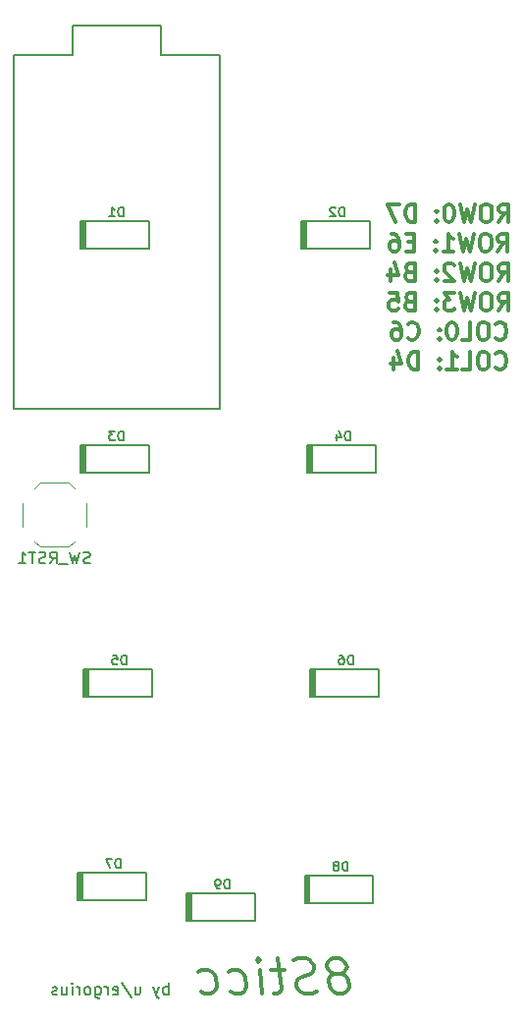
<source format=gbo>
G04 #@! TF.GenerationSoftware,KiCad,Pcbnew,(5.0.1)-3*
G04 #@! TF.CreationDate,2019-12-27T22:22:09+02:00*
G04 #@! TF.ProjectId,8Sticc_2u,3853746963635F32752E6B696361645F,rev?*
G04 #@! TF.SameCoordinates,Original*
G04 #@! TF.FileFunction,Legend,Bot*
G04 #@! TF.FilePolarity,Positive*
%FSLAX46Y46*%
G04 Gerber Fmt 4.6, Leading zero omitted, Abs format (unit mm)*
G04 Created by KiCad (PCBNEW (5.0.1)-3) date 12/27/19 22:22:09*
%MOMM*%
%LPD*%
G01*
G04 APERTURE LIST*
%ADD10C,0.200000*%
%ADD11C,0.300000*%
%ADD12C,0.120000*%
%ADD13C,0.150000*%
G04 APERTURE END LIST*
D10*
X115329750Y-146850130D02*
X115329750Y-145850130D01*
X115329750Y-146231083D02*
X115234511Y-146183464D01*
X115044035Y-146183464D01*
X114948797Y-146231083D01*
X114901178Y-146278702D01*
X114853559Y-146373940D01*
X114853559Y-146659654D01*
X114901178Y-146754892D01*
X114948797Y-146802511D01*
X115044035Y-146850130D01*
X115234511Y-146850130D01*
X115329750Y-146802511D01*
X114520226Y-146183464D02*
X114282130Y-146850130D01*
X114044035Y-146183464D02*
X114282130Y-146850130D01*
X114377369Y-147088226D01*
X114424988Y-147135845D01*
X114520226Y-147183464D01*
X112472607Y-146183464D02*
X112472607Y-146850130D01*
X112901178Y-146183464D02*
X112901178Y-146707273D01*
X112853559Y-146802511D01*
X112758321Y-146850130D01*
X112615464Y-146850130D01*
X112520226Y-146802511D01*
X112472607Y-146754892D01*
X111282130Y-145802511D02*
X112139273Y-147088226D01*
X110567845Y-146802511D02*
X110663083Y-146850130D01*
X110853559Y-146850130D01*
X110948797Y-146802511D01*
X110996416Y-146707273D01*
X110996416Y-146326321D01*
X110948797Y-146231083D01*
X110853559Y-146183464D01*
X110663083Y-146183464D01*
X110567845Y-146231083D01*
X110520226Y-146326321D01*
X110520226Y-146421559D01*
X110996416Y-146516797D01*
X110091654Y-146850130D02*
X110091654Y-146183464D01*
X110091654Y-146373940D02*
X110044035Y-146278702D01*
X109996416Y-146231083D01*
X109901178Y-146183464D01*
X109805940Y-146183464D01*
X109044035Y-146183464D02*
X109044035Y-146992988D01*
X109091654Y-147088226D01*
X109139273Y-147135845D01*
X109234511Y-147183464D01*
X109377369Y-147183464D01*
X109472607Y-147135845D01*
X109044035Y-146802511D02*
X109139273Y-146850130D01*
X109329750Y-146850130D01*
X109424988Y-146802511D01*
X109472607Y-146754892D01*
X109520226Y-146659654D01*
X109520226Y-146373940D01*
X109472607Y-146278702D01*
X109424988Y-146231083D01*
X109329750Y-146183464D01*
X109139273Y-146183464D01*
X109044035Y-146231083D01*
X108424988Y-146850130D02*
X108520226Y-146802511D01*
X108567845Y-146754892D01*
X108615464Y-146659654D01*
X108615464Y-146373940D01*
X108567845Y-146278702D01*
X108520226Y-146231083D01*
X108424988Y-146183464D01*
X108282130Y-146183464D01*
X108186892Y-146231083D01*
X108139273Y-146278702D01*
X108091654Y-146373940D01*
X108091654Y-146659654D01*
X108139273Y-146754892D01*
X108186892Y-146802511D01*
X108282130Y-146850130D01*
X108424988Y-146850130D01*
X107663083Y-146850130D02*
X107663083Y-146183464D01*
X107663083Y-146373940D02*
X107615464Y-146278702D01*
X107567845Y-146231083D01*
X107472607Y-146183464D01*
X107377369Y-146183464D01*
X107044035Y-146850130D02*
X107044035Y-146183464D01*
X107044035Y-145850130D02*
X107091654Y-145897750D01*
X107044035Y-145945369D01*
X106996416Y-145897750D01*
X107044035Y-145850130D01*
X107044035Y-145945369D01*
X106139273Y-146183464D02*
X106139273Y-146850130D01*
X106567845Y-146183464D02*
X106567845Y-146707273D01*
X106520226Y-146802511D01*
X106424988Y-146850130D01*
X106282130Y-146850130D01*
X106186892Y-146802511D01*
X106139273Y-146754892D01*
X105710702Y-146802511D02*
X105615464Y-146850130D01*
X105424988Y-146850130D01*
X105329750Y-146802511D01*
X105282130Y-146707273D01*
X105282130Y-146659654D01*
X105329750Y-146564416D01*
X105424988Y-146516797D01*
X105567845Y-146516797D01*
X105663083Y-146469178D01*
X105710702Y-146373940D01*
X105710702Y-146326321D01*
X105663083Y-146231083D01*
X105567845Y-146183464D01*
X105424988Y-146183464D01*
X105329750Y-146231083D01*
D11*
X143575464Y-90286464D02*
X143646892Y-90357892D01*
X143861178Y-90429321D01*
X144004035Y-90429321D01*
X144218321Y-90357892D01*
X144361178Y-90215035D01*
X144432607Y-90072178D01*
X144504035Y-89786464D01*
X144504035Y-89572178D01*
X144432607Y-89286464D01*
X144361178Y-89143607D01*
X144218321Y-89000750D01*
X144004035Y-88929321D01*
X143861178Y-88929321D01*
X143646892Y-89000750D01*
X143575464Y-89072178D01*
X142646892Y-88929321D02*
X142361178Y-88929321D01*
X142218321Y-89000750D01*
X142075464Y-89143607D01*
X142004035Y-89429321D01*
X142004035Y-89929321D01*
X142075464Y-90215035D01*
X142218321Y-90357892D01*
X142361178Y-90429321D01*
X142646892Y-90429321D01*
X142789750Y-90357892D01*
X142932607Y-90215035D01*
X143004035Y-89929321D01*
X143004035Y-89429321D01*
X142932607Y-89143607D01*
X142789750Y-89000750D01*
X142646892Y-88929321D01*
X140646892Y-90429321D02*
X141361178Y-90429321D01*
X141361178Y-88929321D01*
X139861178Y-88929321D02*
X139718321Y-88929321D01*
X139575464Y-89000750D01*
X139504035Y-89072178D01*
X139432607Y-89215035D01*
X139361178Y-89500750D01*
X139361178Y-89857892D01*
X139432607Y-90143607D01*
X139504035Y-90286464D01*
X139575464Y-90357892D01*
X139718321Y-90429321D01*
X139861178Y-90429321D01*
X140004035Y-90357892D01*
X140075464Y-90286464D01*
X140146892Y-90143607D01*
X140218321Y-89857892D01*
X140218321Y-89500750D01*
X140146892Y-89215035D01*
X140075464Y-89072178D01*
X140004035Y-89000750D01*
X139861178Y-88929321D01*
X138718321Y-90286464D02*
X138646892Y-90357892D01*
X138718321Y-90429321D01*
X138789750Y-90357892D01*
X138718321Y-90286464D01*
X138718321Y-90429321D01*
X138718321Y-89500750D02*
X138646892Y-89572178D01*
X138718321Y-89643607D01*
X138789750Y-89572178D01*
X138718321Y-89500750D01*
X138718321Y-89643607D01*
X136004035Y-90286464D02*
X136075464Y-90357892D01*
X136289750Y-90429321D01*
X136432607Y-90429321D01*
X136646892Y-90357892D01*
X136789750Y-90215035D01*
X136861178Y-90072178D01*
X136932607Y-89786464D01*
X136932607Y-89572178D01*
X136861178Y-89286464D01*
X136789750Y-89143607D01*
X136646892Y-89000750D01*
X136432607Y-88929321D01*
X136289750Y-88929321D01*
X136075464Y-89000750D01*
X136004035Y-89072178D01*
X134718321Y-88929321D02*
X135004035Y-88929321D01*
X135146892Y-89000750D01*
X135218321Y-89072178D01*
X135361178Y-89286464D01*
X135432607Y-89572178D01*
X135432607Y-90143607D01*
X135361178Y-90286464D01*
X135289750Y-90357892D01*
X135146892Y-90429321D01*
X134861178Y-90429321D01*
X134718321Y-90357892D01*
X134646892Y-90286464D01*
X134575464Y-90143607D01*
X134575464Y-89786464D01*
X134646892Y-89643607D01*
X134718321Y-89572178D01*
X134861178Y-89500750D01*
X135146892Y-89500750D01*
X135289750Y-89572178D01*
X135361178Y-89643607D01*
X135432607Y-89786464D01*
X143575464Y-92836464D02*
X143646892Y-92907892D01*
X143861178Y-92979321D01*
X144004035Y-92979321D01*
X144218321Y-92907892D01*
X144361178Y-92765035D01*
X144432607Y-92622178D01*
X144504035Y-92336464D01*
X144504035Y-92122178D01*
X144432607Y-91836464D01*
X144361178Y-91693607D01*
X144218321Y-91550750D01*
X144004035Y-91479321D01*
X143861178Y-91479321D01*
X143646892Y-91550750D01*
X143575464Y-91622178D01*
X142646892Y-91479321D02*
X142361178Y-91479321D01*
X142218321Y-91550750D01*
X142075464Y-91693607D01*
X142004035Y-91979321D01*
X142004035Y-92479321D01*
X142075464Y-92765035D01*
X142218321Y-92907892D01*
X142361178Y-92979321D01*
X142646892Y-92979321D01*
X142789750Y-92907892D01*
X142932607Y-92765035D01*
X143004035Y-92479321D01*
X143004035Y-91979321D01*
X142932607Y-91693607D01*
X142789750Y-91550750D01*
X142646892Y-91479321D01*
X140646892Y-92979321D02*
X141361178Y-92979321D01*
X141361178Y-91479321D01*
X139361178Y-92979321D02*
X140218321Y-92979321D01*
X139789750Y-92979321D02*
X139789750Y-91479321D01*
X139932607Y-91693607D01*
X140075464Y-91836464D01*
X140218321Y-91907892D01*
X138718321Y-92836464D02*
X138646892Y-92907892D01*
X138718321Y-92979321D01*
X138789750Y-92907892D01*
X138718321Y-92836464D01*
X138718321Y-92979321D01*
X138718321Y-92050750D02*
X138646892Y-92122178D01*
X138718321Y-92193607D01*
X138789750Y-92122178D01*
X138718321Y-92050750D01*
X138718321Y-92193607D01*
X136861178Y-92979321D02*
X136861178Y-91479321D01*
X136504035Y-91479321D01*
X136289750Y-91550750D01*
X136146892Y-91693607D01*
X136075464Y-91836464D01*
X136004035Y-92122178D01*
X136004035Y-92336464D01*
X136075464Y-92622178D01*
X136146892Y-92765035D01*
X136289750Y-92907892D01*
X136504035Y-92979321D01*
X136861178Y-92979321D01*
X134718321Y-91979321D02*
X134718321Y-92979321D01*
X135075464Y-91407892D02*
X135432607Y-92479321D01*
X134504035Y-92479321D01*
X143825464Y-80259321D02*
X144325464Y-79545035D01*
X144682607Y-80259321D02*
X144682607Y-78759321D01*
X144111178Y-78759321D01*
X143968321Y-78830750D01*
X143896892Y-78902178D01*
X143825464Y-79045035D01*
X143825464Y-79259321D01*
X143896892Y-79402178D01*
X143968321Y-79473607D01*
X144111178Y-79545035D01*
X144682607Y-79545035D01*
X142896892Y-78759321D02*
X142611178Y-78759321D01*
X142468321Y-78830750D01*
X142325464Y-78973607D01*
X142254035Y-79259321D01*
X142254035Y-79759321D01*
X142325464Y-80045035D01*
X142468321Y-80187892D01*
X142611178Y-80259321D01*
X142896892Y-80259321D01*
X143039750Y-80187892D01*
X143182607Y-80045035D01*
X143254035Y-79759321D01*
X143254035Y-79259321D01*
X143182607Y-78973607D01*
X143039750Y-78830750D01*
X142896892Y-78759321D01*
X141754035Y-78759321D02*
X141396892Y-80259321D01*
X141111178Y-79187892D01*
X140825464Y-80259321D01*
X140468321Y-78759321D01*
X139611178Y-78759321D02*
X139468321Y-78759321D01*
X139325464Y-78830750D01*
X139254035Y-78902178D01*
X139182607Y-79045035D01*
X139111178Y-79330750D01*
X139111178Y-79687892D01*
X139182607Y-79973607D01*
X139254035Y-80116464D01*
X139325464Y-80187892D01*
X139468321Y-80259321D01*
X139611178Y-80259321D01*
X139754035Y-80187892D01*
X139825464Y-80116464D01*
X139896892Y-79973607D01*
X139968321Y-79687892D01*
X139968321Y-79330750D01*
X139896892Y-79045035D01*
X139825464Y-78902178D01*
X139754035Y-78830750D01*
X139611178Y-78759321D01*
X138468321Y-80116464D02*
X138396892Y-80187892D01*
X138468321Y-80259321D01*
X138539750Y-80187892D01*
X138468321Y-80116464D01*
X138468321Y-80259321D01*
X138468321Y-79330750D02*
X138396892Y-79402178D01*
X138468321Y-79473607D01*
X138539750Y-79402178D01*
X138468321Y-79330750D01*
X138468321Y-79473607D01*
X136611178Y-80259321D02*
X136611178Y-78759321D01*
X136254035Y-78759321D01*
X136039750Y-78830750D01*
X135896892Y-78973607D01*
X135825464Y-79116464D01*
X135754035Y-79402178D01*
X135754035Y-79616464D01*
X135825464Y-79902178D01*
X135896892Y-80045035D01*
X136039750Y-80187892D01*
X136254035Y-80259321D01*
X136611178Y-80259321D01*
X135254035Y-78759321D02*
X134254035Y-78759321D01*
X134896892Y-80259321D01*
X143754035Y-82809321D02*
X144254035Y-82095035D01*
X144611178Y-82809321D02*
X144611178Y-81309321D01*
X144039750Y-81309321D01*
X143896892Y-81380750D01*
X143825464Y-81452178D01*
X143754035Y-81595035D01*
X143754035Y-81809321D01*
X143825464Y-81952178D01*
X143896892Y-82023607D01*
X144039750Y-82095035D01*
X144611178Y-82095035D01*
X142825464Y-81309321D02*
X142539750Y-81309321D01*
X142396892Y-81380750D01*
X142254035Y-81523607D01*
X142182607Y-81809321D01*
X142182607Y-82309321D01*
X142254035Y-82595035D01*
X142396892Y-82737892D01*
X142539750Y-82809321D01*
X142825464Y-82809321D01*
X142968321Y-82737892D01*
X143111178Y-82595035D01*
X143182607Y-82309321D01*
X143182607Y-81809321D01*
X143111178Y-81523607D01*
X142968321Y-81380750D01*
X142825464Y-81309321D01*
X141682607Y-81309321D02*
X141325464Y-82809321D01*
X141039750Y-81737892D01*
X140754035Y-82809321D01*
X140396892Y-81309321D01*
X139039750Y-82809321D02*
X139896892Y-82809321D01*
X139468321Y-82809321D02*
X139468321Y-81309321D01*
X139611178Y-81523607D01*
X139754035Y-81666464D01*
X139896892Y-81737892D01*
X138396892Y-82666464D02*
X138325464Y-82737892D01*
X138396892Y-82809321D01*
X138468321Y-82737892D01*
X138396892Y-82666464D01*
X138396892Y-82809321D01*
X138396892Y-81880750D02*
X138325464Y-81952178D01*
X138396892Y-82023607D01*
X138468321Y-81952178D01*
X138396892Y-81880750D01*
X138396892Y-82023607D01*
X136539750Y-82023607D02*
X136039750Y-82023607D01*
X135825464Y-82809321D02*
X136539750Y-82809321D01*
X136539750Y-81309321D01*
X135825464Y-81309321D01*
X134539750Y-81309321D02*
X134825464Y-81309321D01*
X134968321Y-81380750D01*
X135039750Y-81452178D01*
X135182607Y-81666464D01*
X135254035Y-81952178D01*
X135254035Y-82523607D01*
X135182607Y-82666464D01*
X135111178Y-82737892D01*
X134968321Y-82809321D01*
X134682607Y-82809321D01*
X134539750Y-82737892D01*
X134468321Y-82666464D01*
X134396892Y-82523607D01*
X134396892Y-82166464D01*
X134468321Y-82023607D01*
X134539750Y-81952178D01*
X134682607Y-81880750D01*
X134968321Y-81880750D01*
X135111178Y-81952178D01*
X135182607Y-82023607D01*
X135254035Y-82166464D01*
X143825464Y-85359321D02*
X144325464Y-84645035D01*
X144682607Y-85359321D02*
X144682607Y-83859321D01*
X144111178Y-83859321D01*
X143968321Y-83930750D01*
X143896892Y-84002178D01*
X143825464Y-84145035D01*
X143825464Y-84359321D01*
X143896892Y-84502178D01*
X143968321Y-84573607D01*
X144111178Y-84645035D01*
X144682607Y-84645035D01*
X142896892Y-83859321D02*
X142611178Y-83859321D01*
X142468321Y-83930750D01*
X142325464Y-84073607D01*
X142254035Y-84359321D01*
X142254035Y-84859321D01*
X142325464Y-85145035D01*
X142468321Y-85287892D01*
X142611178Y-85359321D01*
X142896892Y-85359321D01*
X143039750Y-85287892D01*
X143182607Y-85145035D01*
X143254035Y-84859321D01*
X143254035Y-84359321D01*
X143182607Y-84073607D01*
X143039750Y-83930750D01*
X142896892Y-83859321D01*
X141754035Y-83859321D02*
X141396892Y-85359321D01*
X141111178Y-84287892D01*
X140825464Y-85359321D01*
X140468321Y-83859321D01*
X139968321Y-84002178D02*
X139896892Y-83930750D01*
X139754035Y-83859321D01*
X139396892Y-83859321D01*
X139254035Y-83930750D01*
X139182607Y-84002178D01*
X139111178Y-84145035D01*
X139111178Y-84287892D01*
X139182607Y-84502178D01*
X140039750Y-85359321D01*
X139111178Y-85359321D01*
X138468321Y-85216464D02*
X138396892Y-85287892D01*
X138468321Y-85359321D01*
X138539750Y-85287892D01*
X138468321Y-85216464D01*
X138468321Y-85359321D01*
X138468321Y-84430750D02*
X138396892Y-84502178D01*
X138468321Y-84573607D01*
X138539750Y-84502178D01*
X138468321Y-84430750D01*
X138468321Y-84573607D01*
X136111178Y-84573607D02*
X135896892Y-84645035D01*
X135825464Y-84716464D01*
X135754035Y-84859321D01*
X135754035Y-85073607D01*
X135825464Y-85216464D01*
X135896892Y-85287892D01*
X136039750Y-85359321D01*
X136611178Y-85359321D01*
X136611178Y-83859321D01*
X136111178Y-83859321D01*
X135968321Y-83930750D01*
X135896892Y-84002178D01*
X135825464Y-84145035D01*
X135825464Y-84287892D01*
X135896892Y-84430750D01*
X135968321Y-84502178D01*
X136111178Y-84573607D01*
X136611178Y-84573607D01*
X134468321Y-84359321D02*
X134468321Y-85359321D01*
X134825464Y-83787892D02*
X135182607Y-84859321D01*
X134254035Y-84859321D01*
X143825464Y-87909321D02*
X144325464Y-87195035D01*
X144682607Y-87909321D02*
X144682607Y-86409321D01*
X144111178Y-86409321D01*
X143968321Y-86480750D01*
X143896892Y-86552178D01*
X143825464Y-86695035D01*
X143825464Y-86909321D01*
X143896892Y-87052178D01*
X143968321Y-87123607D01*
X144111178Y-87195035D01*
X144682607Y-87195035D01*
X142896892Y-86409321D02*
X142611178Y-86409321D01*
X142468321Y-86480750D01*
X142325464Y-86623607D01*
X142254035Y-86909321D01*
X142254035Y-87409321D01*
X142325464Y-87695035D01*
X142468321Y-87837892D01*
X142611178Y-87909321D01*
X142896892Y-87909321D01*
X143039750Y-87837892D01*
X143182607Y-87695035D01*
X143254035Y-87409321D01*
X143254035Y-86909321D01*
X143182607Y-86623607D01*
X143039750Y-86480750D01*
X142896892Y-86409321D01*
X141754035Y-86409321D02*
X141396892Y-87909321D01*
X141111178Y-86837892D01*
X140825464Y-87909321D01*
X140468321Y-86409321D01*
X140039750Y-86409321D02*
X139111178Y-86409321D01*
X139611178Y-86980750D01*
X139396892Y-86980750D01*
X139254035Y-87052178D01*
X139182607Y-87123607D01*
X139111178Y-87266464D01*
X139111178Y-87623607D01*
X139182607Y-87766464D01*
X139254035Y-87837892D01*
X139396892Y-87909321D01*
X139825464Y-87909321D01*
X139968321Y-87837892D01*
X140039750Y-87766464D01*
X138468321Y-87766464D02*
X138396892Y-87837892D01*
X138468321Y-87909321D01*
X138539750Y-87837892D01*
X138468321Y-87766464D01*
X138468321Y-87909321D01*
X138468321Y-86980750D02*
X138396892Y-87052178D01*
X138468321Y-87123607D01*
X138539750Y-87052178D01*
X138468321Y-86980750D01*
X138468321Y-87123607D01*
X136111178Y-87123607D02*
X135896892Y-87195035D01*
X135825464Y-87266464D01*
X135754035Y-87409321D01*
X135754035Y-87623607D01*
X135825464Y-87766464D01*
X135896892Y-87837892D01*
X136039750Y-87909321D01*
X136611178Y-87909321D01*
X136611178Y-86409321D01*
X136111178Y-86409321D01*
X135968321Y-86480750D01*
X135896892Y-86552178D01*
X135825464Y-86695035D01*
X135825464Y-86837892D01*
X135896892Y-86980750D01*
X135968321Y-87052178D01*
X136111178Y-87123607D01*
X136611178Y-87123607D01*
X134396892Y-86409321D02*
X135111178Y-86409321D01*
X135182607Y-87123607D01*
X135111178Y-87052178D01*
X134968321Y-86980750D01*
X134611178Y-86980750D01*
X134468321Y-87052178D01*
X134396892Y-87123607D01*
X134325464Y-87266464D01*
X134325464Y-87623607D01*
X134396892Y-87766464D01*
X134468321Y-87837892D01*
X134611178Y-87909321D01*
X134968321Y-87909321D01*
X135111178Y-87837892D01*
X135182607Y-87766464D01*
X130230375Y-145024607D02*
X130498232Y-144881750D01*
X130623232Y-144738892D01*
X130730375Y-144453178D01*
X130712517Y-144310321D01*
X130533946Y-144024607D01*
X130373232Y-143881750D01*
X130069660Y-143738892D01*
X129498232Y-143738892D01*
X129230375Y-143881750D01*
X129105375Y-144024607D01*
X128998232Y-144310321D01*
X129016089Y-144453178D01*
X129194660Y-144738892D01*
X129355375Y-144881750D01*
X129658946Y-145024607D01*
X130230375Y-145024607D01*
X130533946Y-145167464D01*
X130694660Y-145310321D01*
X130873232Y-145596035D01*
X130944660Y-146167464D01*
X130837517Y-146453178D01*
X130712517Y-146596035D01*
X130444660Y-146738892D01*
X129873232Y-146738892D01*
X129569660Y-146596035D01*
X129408946Y-146453178D01*
X129230375Y-146167464D01*
X129158946Y-145596035D01*
X129266089Y-145310321D01*
X129391089Y-145167464D01*
X129658946Y-145024607D01*
X128141089Y-146596035D02*
X127730375Y-146738892D01*
X127016089Y-146738892D01*
X126712517Y-146596035D01*
X126551803Y-146453178D01*
X126373232Y-146167464D01*
X126337517Y-145881750D01*
X126444660Y-145596035D01*
X126569660Y-145453178D01*
X126837517Y-145310321D01*
X127391089Y-145167464D01*
X127658946Y-145024607D01*
X127783946Y-144881750D01*
X127891089Y-144596035D01*
X127855375Y-144310321D01*
X127676803Y-144024607D01*
X127516089Y-143881750D01*
X127212517Y-143738892D01*
X126498232Y-143738892D01*
X126087517Y-143881750D01*
X125337517Y-144738892D02*
X124194660Y-144738892D01*
X124783946Y-143738892D02*
X125105375Y-146310321D01*
X124998232Y-146596035D01*
X124730375Y-146738892D01*
X124444660Y-146738892D01*
X123444660Y-146738892D02*
X123194660Y-144738892D01*
X123069660Y-143738892D02*
X123230375Y-143881750D01*
X123105375Y-144024607D01*
X122944660Y-143881750D01*
X123069660Y-143738892D01*
X123105375Y-144024607D01*
X120712517Y-146596035D02*
X121016089Y-146738892D01*
X121587517Y-146738892D01*
X121855375Y-146596035D01*
X121980375Y-146453178D01*
X122087517Y-146167464D01*
X121980375Y-145310321D01*
X121801803Y-145024607D01*
X121641089Y-144881750D01*
X121337517Y-144738892D01*
X120766089Y-144738892D01*
X120498232Y-144881750D01*
X118141089Y-146596035D02*
X118444660Y-146738892D01*
X119016089Y-146738892D01*
X119283946Y-146596035D01*
X119408946Y-146453178D01*
X119516089Y-146167464D01*
X119408946Y-145310321D01*
X119230375Y-145024607D01*
X119069660Y-144881750D01*
X118766089Y-144738892D01*
X118194660Y-144738892D01*
X117926803Y-144881750D01*
D10*
G04 #@! TO.C,D8*
X127092750Y-136561750D02*
X127092750Y-138961750D01*
X127192750Y-136561750D02*
X127192750Y-138961750D01*
X127292750Y-136561750D02*
X127292750Y-138961750D01*
X127492750Y-136561750D02*
X127492750Y-138961750D01*
X127392750Y-136561750D02*
X127392750Y-138961750D01*
X127092750Y-138961750D02*
X132992750Y-138961750D01*
X132992750Y-138961750D02*
X132992750Y-136561750D01*
X132992750Y-136561750D02*
X127092750Y-136561750D01*
D12*
G04 #@! TO.C,SW_RST1*
X103803750Y-103203750D02*
X104253750Y-102753750D01*
X107203750Y-103203750D02*
X106753750Y-102753750D01*
X107203750Y-107803750D02*
X106753750Y-108253750D01*
X103803750Y-107803750D02*
X104253750Y-108253750D01*
X108253750Y-106503750D02*
X108253750Y-104503750D01*
X104253750Y-102753750D02*
X106753750Y-102753750D01*
X102753750Y-106503750D02*
X102753750Y-104503750D01*
X104253750Y-108253750D02*
X106753750Y-108253750D01*
D10*
G04 #@! TO.C,D7*
X113383750Y-136307750D02*
X107483750Y-136307750D01*
X113383750Y-138707750D02*
X113383750Y-136307750D01*
X107483750Y-138707750D02*
X113383750Y-138707750D01*
X107783750Y-136307750D02*
X107783750Y-138707750D01*
X107883750Y-136307750D02*
X107883750Y-138707750D01*
X107683750Y-136307750D02*
X107683750Y-138707750D01*
X107583750Y-136307750D02*
X107583750Y-138707750D01*
X107483750Y-136307750D02*
X107483750Y-138707750D01*
G04 #@! TO.C,D1*
X113637750Y-80173750D02*
X107737750Y-80173750D01*
X113637750Y-82573750D02*
X113637750Y-80173750D01*
X107737750Y-82573750D02*
X113637750Y-82573750D01*
X108037750Y-80173750D02*
X108037750Y-82573750D01*
X108137750Y-80173750D02*
X108137750Y-82573750D01*
X107937750Y-80173750D02*
X107937750Y-82573750D01*
X107837750Y-80173750D02*
X107837750Y-82573750D01*
X107737750Y-80173750D02*
X107737750Y-82573750D01*
G04 #@! TO.C,D2*
X126787750Y-80173750D02*
X126787750Y-82573750D01*
X126887750Y-80173750D02*
X126887750Y-82573750D01*
X126987750Y-80173750D02*
X126987750Y-82573750D01*
X127187750Y-80173750D02*
X127187750Y-82573750D01*
X127087750Y-80173750D02*
X127087750Y-82573750D01*
X126787750Y-82573750D02*
X132687750Y-82573750D01*
X132687750Y-82573750D02*
X132687750Y-80173750D01*
X132687750Y-80173750D02*
X126787750Y-80173750D01*
G04 #@! TO.C,D3*
X113637750Y-99477750D02*
X107737750Y-99477750D01*
X113637750Y-101877750D02*
X113637750Y-99477750D01*
X107737750Y-101877750D02*
X113637750Y-101877750D01*
X108037750Y-99477750D02*
X108037750Y-101877750D01*
X108137750Y-99477750D02*
X108137750Y-101877750D01*
X107937750Y-99477750D02*
X107937750Y-101877750D01*
X107837750Y-99477750D02*
X107837750Y-101877750D01*
X107737750Y-99477750D02*
X107737750Y-101877750D01*
G04 #@! TO.C,D4*
X127295750Y-99477750D02*
X127295750Y-101877750D01*
X127395750Y-99477750D02*
X127395750Y-101877750D01*
X127495750Y-99477750D02*
X127495750Y-101877750D01*
X127695750Y-99477750D02*
X127695750Y-101877750D01*
X127595750Y-99477750D02*
X127595750Y-101877750D01*
X127295750Y-101877750D02*
X133195750Y-101877750D01*
X133195750Y-101877750D02*
X133195750Y-99477750D01*
X133195750Y-99477750D02*
X127295750Y-99477750D01*
G04 #@! TO.C,D5*
X113891750Y-118781750D02*
X107991750Y-118781750D01*
X113891750Y-121181750D02*
X113891750Y-118781750D01*
X107991750Y-121181750D02*
X113891750Y-121181750D01*
X108291750Y-118781750D02*
X108291750Y-121181750D01*
X108391750Y-118781750D02*
X108391750Y-121181750D01*
X108191750Y-118781750D02*
X108191750Y-121181750D01*
X108091750Y-118781750D02*
X108091750Y-121181750D01*
X107991750Y-118781750D02*
X107991750Y-121181750D01*
G04 #@! TO.C,D6*
X127549750Y-118781750D02*
X127549750Y-121181750D01*
X127649750Y-118781750D02*
X127649750Y-121181750D01*
X127749750Y-118781750D02*
X127749750Y-121181750D01*
X127949750Y-118781750D02*
X127949750Y-121181750D01*
X127849750Y-118781750D02*
X127849750Y-121181750D01*
X127549750Y-121181750D02*
X133449750Y-121181750D01*
X133449750Y-121181750D02*
X133449750Y-118781750D01*
X133449750Y-118781750D02*
X127549750Y-118781750D01*
D13*
G04 #@! TO.C,MCU1*
X119727750Y-65879750D02*
X119727750Y-96359750D01*
X119727750Y-65879750D02*
X114647750Y-65879750D01*
X114647750Y-65879750D02*
X114647750Y-63339750D01*
X114647750Y-63339750D02*
X107027750Y-63339750D01*
X107027750Y-63339750D02*
X107027750Y-65879750D01*
X107027750Y-65879750D02*
X101947750Y-65879750D01*
X101947750Y-65879750D02*
X101947750Y-96359750D01*
X101947750Y-96359750D02*
X119727750Y-96359750D01*
D10*
G04 #@! TO.C,D9*
X116881750Y-138085750D02*
X116881750Y-140485750D01*
X116981750Y-138085750D02*
X116981750Y-140485750D01*
X117081750Y-138085750D02*
X117081750Y-140485750D01*
X117281750Y-138085750D02*
X117281750Y-140485750D01*
X117181750Y-138085750D02*
X117181750Y-140485750D01*
X116881750Y-140485750D02*
X122781750Y-140485750D01*
X122781750Y-140485750D02*
X122781750Y-138085750D01*
X122781750Y-138085750D02*
X116881750Y-138085750D01*
G04 #@! TO.C,D8*
D13*
X130783226Y-136198654D02*
X130783226Y-135398654D01*
X130592750Y-135398654D01*
X130478464Y-135436750D01*
X130402273Y-135512940D01*
X130364178Y-135589130D01*
X130326083Y-135741511D01*
X130326083Y-135855797D01*
X130364178Y-136008178D01*
X130402273Y-136084369D01*
X130478464Y-136160559D01*
X130592750Y-136198654D01*
X130783226Y-136198654D01*
X129868940Y-135741511D02*
X129945130Y-135703416D01*
X129983226Y-135665321D01*
X130021321Y-135589130D01*
X130021321Y-135551035D01*
X129983226Y-135474845D01*
X129945130Y-135436750D01*
X129868940Y-135398654D01*
X129716559Y-135398654D01*
X129640369Y-135436750D01*
X129602273Y-135474845D01*
X129564178Y-135551035D01*
X129564178Y-135589130D01*
X129602273Y-135665321D01*
X129640369Y-135703416D01*
X129716559Y-135741511D01*
X129868940Y-135741511D01*
X129945130Y-135779607D01*
X129983226Y-135817702D01*
X130021321Y-135893892D01*
X130021321Y-136046273D01*
X129983226Y-136122464D01*
X129945130Y-136160559D01*
X129868940Y-136198654D01*
X129716559Y-136198654D01*
X129640369Y-136160559D01*
X129602273Y-136122464D01*
X129564178Y-136046273D01*
X129564178Y-135893892D01*
X129602273Y-135817702D01*
X129640369Y-135779607D01*
X129716559Y-135741511D01*
G04 #@! TO.C,SW_RST1*
X108575178Y-109658511D02*
X108432321Y-109706130D01*
X108194226Y-109706130D01*
X108098988Y-109658511D01*
X108051369Y-109610892D01*
X108003750Y-109515654D01*
X108003750Y-109420416D01*
X108051369Y-109325178D01*
X108098988Y-109277559D01*
X108194226Y-109229940D01*
X108384702Y-109182321D01*
X108479940Y-109134702D01*
X108527559Y-109087083D01*
X108575178Y-108991845D01*
X108575178Y-108896607D01*
X108527559Y-108801369D01*
X108479940Y-108753750D01*
X108384702Y-108706130D01*
X108146607Y-108706130D01*
X108003750Y-108753750D01*
X107670416Y-108706130D02*
X107432321Y-109706130D01*
X107241845Y-108991845D01*
X107051369Y-109706130D01*
X106813273Y-108706130D01*
X106670416Y-109801369D02*
X105908511Y-109801369D01*
X105098988Y-109706130D02*
X105432321Y-109229940D01*
X105670416Y-109706130D02*
X105670416Y-108706130D01*
X105289464Y-108706130D01*
X105194226Y-108753750D01*
X105146607Y-108801369D01*
X105098988Y-108896607D01*
X105098988Y-109039464D01*
X105146607Y-109134702D01*
X105194226Y-109182321D01*
X105289464Y-109229940D01*
X105670416Y-109229940D01*
X104718035Y-109658511D02*
X104575178Y-109706130D01*
X104337083Y-109706130D01*
X104241845Y-109658511D01*
X104194226Y-109610892D01*
X104146607Y-109515654D01*
X104146607Y-109420416D01*
X104194226Y-109325178D01*
X104241845Y-109277559D01*
X104337083Y-109229940D01*
X104527559Y-109182321D01*
X104622797Y-109134702D01*
X104670416Y-109087083D01*
X104718035Y-108991845D01*
X104718035Y-108896607D01*
X104670416Y-108801369D01*
X104622797Y-108753750D01*
X104527559Y-108706130D01*
X104289464Y-108706130D01*
X104146607Y-108753750D01*
X103860892Y-108706130D02*
X103289464Y-108706130D01*
X103575178Y-109706130D02*
X103575178Y-108706130D01*
X102432321Y-109706130D02*
X103003750Y-109706130D01*
X102718035Y-109706130D02*
X102718035Y-108706130D01*
X102813273Y-108848988D01*
X102908511Y-108944226D01*
X103003750Y-108991845D01*
G04 #@! TO.C,D7*
X111174226Y-135944654D02*
X111174226Y-135144654D01*
X110983750Y-135144654D01*
X110869464Y-135182750D01*
X110793273Y-135258940D01*
X110755178Y-135335130D01*
X110717083Y-135487511D01*
X110717083Y-135601797D01*
X110755178Y-135754178D01*
X110793273Y-135830369D01*
X110869464Y-135906559D01*
X110983750Y-135944654D01*
X111174226Y-135944654D01*
X110450416Y-135144654D02*
X109917083Y-135144654D01*
X110259940Y-135944654D01*
G04 #@! TO.C,D1*
X111428226Y-79810654D02*
X111428226Y-79010654D01*
X111237750Y-79010654D01*
X111123464Y-79048750D01*
X111047273Y-79124940D01*
X111009178Y-79201130D01*
X110971083Y-79353511D01*
X110971083Y-79467797D01*
X111009178Y-79620178D01*
X111047273Y-79696369D01*
X111123464Y-79772559D01*
X111237750Y-79810654D01*
X111428226Y-79810654D01*
X110209178Y-79810654D02*
X110666321Y-79810654D01*
X110437750Y-79810654D02*
X110437750Y-79010654D01*
X110513940Y-79124940D01*
X110590130Y-79201130D01*
X110666321Y-79239226D01*
G04 #@! TO.C,D2*
X130478226Y-79810654D02*
X130478226Y-79010654D01*
X130287750Y-79010654D01*
X130173464Y-79048750D01*
X130097273Y-79124940D01*
X130059178Y-79201130D01*
X130021083Y-79353511D01*
X130021083Y-79467797D01*
X130059178Y-79620178D01*
X130097273Y-79696369D01*
X130173464Y-79772559D01*
X130287750Y-79810654D01*
X130478226Y-79810654D01*
X129716321Y-79086845D02*
X129678226Y-79048750D01*
X129602035Y-79010654D01*
X129411559Y-79010654D01*
X129335369Y-79048750D01*
X129297273Y-79086845D01*
X129259178Y-79163035D01*
X129259178Y-79239226D01*
X129297273Y-79353511D01*
X129754416Y-79810654D01*
X129259178Y-79810654D01*
G04 #@! TO.C,D3*
X111428226Y-99114654D02*
X111428226Y-98314654D01*
X111237750Y-98314654D01*
X111123464Y-98352750D01*
X111047273Y-98428940D01*
X111009178Y-98505130D01*
X110971083Y-98657511D01*
X110971083Y-98771797D01*
X111009178Y-98924178D01*
X111047273Y-99000369D01*
X111123464Y-99076559D01*
X111237750Y-99114654D01*
X111428226Y-99114654D01*
X110704416Y-98314654D02*
X110209178Y-98314654D01*
X110475845Y-98619416D01*
X110361559Y-98619416D01*
X110285369Y-98657511D01*
X110247273Y-98695607D01*
X110209178Y-98771797D01*
X110209178Y-98962273D01*
X110247273Y-99038464D01*
X110285369Y-99076559D01*
X110361559Y-99114654D01*
X110590130Y-99114654D01*
X110666321Y-99076559D01*
X110704416Y-99038464D01*
G04 #@! TO.C,D4*
X130986226Y-99114654D02*
X130986226Y-98314654D01*
X130795750Y-98314654D01*
X130681464Y-98352750D01*
X130605273Y-98428940D01*
X130567178Y-98505130D01*
X130529083Y-98657511D01*
X130529083Y-98771797D01*
X130567178Y-98924178D01*
X130605273Y-99000369D01*
X130681464Y-99076559D01*
X130795750Y-99114654D01*
X130986226Y-99114654D01*
X129843369Y-98581321D02*
X129843369Y-99114654D01*
X130033845Y-98276559D02*
X130224321Y-98847988D01*
X129729083Y-98847988D01*
G04 #@! TO.C,D5*
X111682226Y-118418654D02*
X111682226Y-117618654D01*
X111491750Y-117618654D01*
X111377464Y-117656750D01*
X111301273Y-117732940D01*
X111263178Y-117809130D01*
X111225083Y-117961511D01*
X111225083Y-118075797D01*
X111263178Y-118228178D01*
X111301273Y-118304369D01*
X111377464Y-118380559D01*
X111491750Y-118418654D01*
X111682226Y-118418654D01*
X110501273Y-117618654D02*
X110882226Y-117618654D01*
X110920321Y-117999607D01*
X110882226Y-117961511D01*
X110806035Y-117923416D01*
X110615559Y-117923416D01*
X110539369Y-117961511D01*
X110501273Y-117999607D01*
X110463178Y-118075797D01*
X110463178Y-118266273D01*
X110501273Y-118342464D01*
X110539369Y-118380559D01*
X110615559Y-118418654D01*
X110806035Y-118418654D01*
X110882226Y-118380559D01*
X110920321Y-118342464D01*
G04 #@! TO.C,D6*
X131240226Y-118418654D02*
X131240226Y-117618654D01*
X131049750Y-117618654D01*
X130935464Y-117656750D01*
X130859273Y-117732940D01*
X130821178Y-117809130D01*
X130783083Y-117961511D01*
X130783083Y-118075797D01*
X130821178Y-118228178D01*
X130859273Y-118304369D01*
X130935464Y-118380559D01*
X131049750Y-118418654D01*
X131240226Y-118418654D01*
X130097369Y-117618654D02*
X130249750Y-117618654D01*
X130325940Y-117656750D01*
X130364035Y-117694845D01*
X130440226Y-117809130D01*
X130478321Y-117961511D01*
X130478321Y-118266273D01*
X130440226Y-118342464D01*
X130402130Y-118380559D01*
X130325940Y-118418654D01*
X130173559Y-118418654D01*
X130097369Y-118380559D01*
X130059273Y-118342464D01*
X130021178Y-118266273D01*
X130021178Y-118075797D01*
X130059273Y-117999607D01*
X130097369Y-117961511D01*
X130173559Y-117923416D01*
X130325940Y-117923416D01*
X130402130Y-117961511D01*
X130440226Y-117999607D01*
X130478321Y-118075797D01*
G04 #@! TO.C,D9*
X120572226Y-137722654D02*
X120572226Y-136922654D01*
X120381750Y-136922654D01*
X120267464Y-136960750D01*
X120191273Y-137036940D01*
X120153178Y-137113130D01*
X120115083Y-137265511D01*
X120115083Y-137379797D01*
X120153178Y-137532178D01*
X120191273Y-137608369D01*
X120267464Y-137684559D01*
X120381750Y-137722654D01*
X120572226Y-137722654D01*
X119734130Y-137722654D02*
X119581750Y-137722654D01*
X119505559Y-137684559D01*
X119467464Y-137646464D01*
X119391273Y-137532178D01*
X119353178Y-137379797D01*
X119353178Y-137075035D01*
X119391273Y-136998845D01*
X119429369Y-136960750D01*
X119505559Y-136922654D01*
X119657940Y-136922654D01*
X119734130Y-136960750D01*
X119772226Y-136998845D01*
X119810321Y-137075035D01*
X119810321Y-137265511D01*
X119772226Y-137341702D01*
X119734130Y-137379797D01*
X119657940Y-137417892D01*
X119505559Y-137417892D01*
X119429369Y-137379797D01*
X119391273Y-137341702D01*
X119353178Y-137265511D01*
G04 #@! TD*
M02*

</source>
